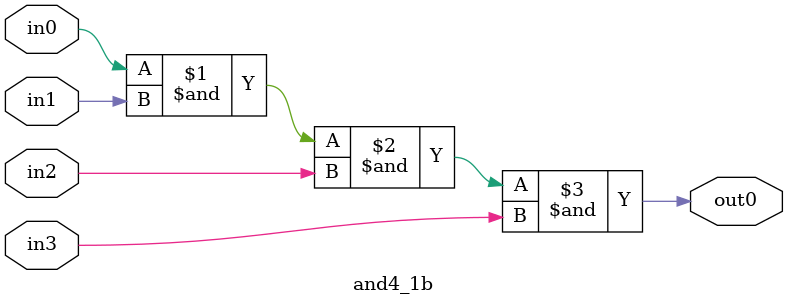
<source format=v>
`timescale 1ns / 1ps


module and4_1b( input in0,
                input in1,
                input in2,
                input in3,
                output out0

    );
    assign out0 = in0 & in1 & in2 & in3;
endmodule

</source>
